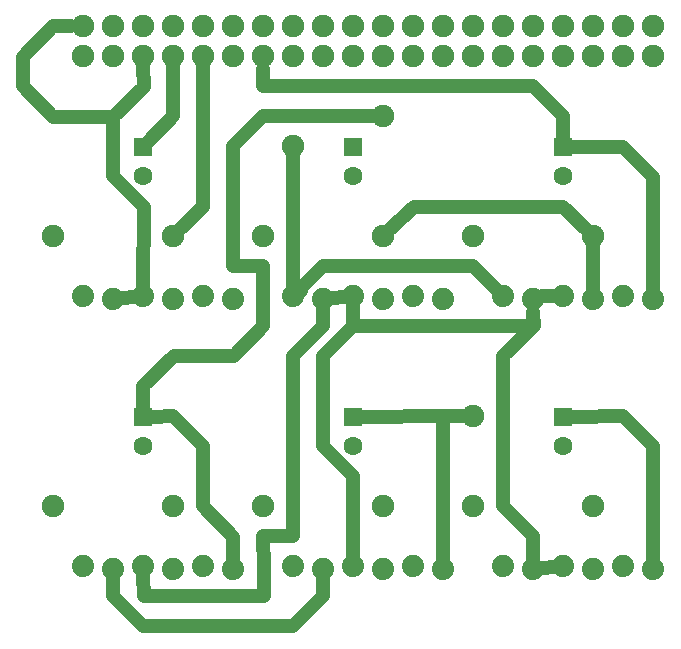
<source format=gtl>
G04 MADE WITH FRITZING*
G04 WWW.FRITZING.ORG*
G04 DOUBLE SIDED*
G04 HOLES PLATED*
G04 CONTOUR ON CENTER OF CONTOUR VECTOR*
%ASAXBY*%
%FSLAX23Y23*%
%MOIN*%
%OFA0B0*%
%SFA1.0B1.0*%
%ADD10C,0.075000*%
%ADD11C,0.062992*%
%ADD12C,0.074000*%
%ADD13C,0.074667*%
%ADD14C,0.074695*%
%ADD15C,0.075433*%
%ADD16R,0.062992X0.062992*%
%ADD17C,0.048000*%
%LNCOPPER1*%
G90*
G70*
G54D10*
X302Y1608D03*
X702Y1608D03*
G54D11*
X602Y1906D03*
X602Y1808D03*
G54D10*
X1002Y1608D03*
X1402Y1608D03*
G54D11*
X1302Y1906D03*
X1302Y1808D03*
G54D10*
X1702Y1608D03*
X2102Y1608D03*
G54D11*
X2002Y1906D03*
X2002Y1808D03*
G54D10*
X302Y708D03*
X702Y708D03*
G54D11*
X602Y1006D03*
X602Y908D03*
G54D10*
X1002Y708D03*
X1402Y708D03*
G54D11*
X1302Y1006D03*
X1302Y908D03*
G54D10*
X1702Y708D03*
X2102Y708D03*
G54D11*
X2002Y1006D03*
X2002Y908D03*
G54D12*
X902Y1398D03*
X802Y1408D03*
X702Y1398D03*
X602Y1408D03*
X502Y1398D03*
X402Y1408D03*
X1602Y1398D03*
X1502Y1408D03*
X1402Y1398D03*
X1302Y1408D03*
X1202Y1398D03*
X1102Y1408D03*
X2302Y1398D03*
X2202Y1408D03*
X2102Y1398D03*
X2002Y1408D03*
X1902Y1398D03*
X1802Y1408D03*
X902Y498D03*
X802Y508D03*
X702Y498D03*
X602Y508D03*
X502Y498D03*
X402Y508D03*
X1602Y498D03*
X1502Y508D03*
X1402Y498D03*
X1302Y508D03*
X1202Y498D03*
X1102Y508D03*
X2302Y498D03*
X2202Y508D03*
X2102Y498D03*
X2002Y508D03*
X1902Y498D03*
X1802Y508D03*
G54D13*
X402Y2208D03*
X502Y2208D03*
X602Y2208D03*
X702Y2208D03*
G54D14*
X802Y2208D03*
G54D13*
X902Y2208D03*
X1002Y2208D03*
X1102Y2208D03*
X1202Y2208D03*
G54D14*
X1302Y2208D03*
G54D13*
X1402Y2208D03*
G54D14*
X1502Y2208D03*
G54D13*
X1602Y2208D03*
X1702Y2208D03*
X1802Y2208D03*
X1902Y2208D03*
G54D14*
X2002Y2208D03*
G54D13*
X2102Y2208D03*
X2202Y2208D03*
X2302Y2208D03*
X2302Y2308D03*
X2202Y2308D03*
X2102Y2308D03*
G54D14*
X2002Y2308D03*
G54D13*
X1902Y2308D03*
X1802Y2308D03*
X1702Y2308D03*
X1602Y2308D03*
G54D14*
X1502Y2308D03*
G54D13*
X1402Y2308D03*
G54D14*
X1302Y2308D03*
G54D13*
X1202Y2308D03*
X1102Y2308D03*
X1002Y2308D03*
X902Y2308D03*
G54D14*
X802Y2308D03*
G54D13*
X702Y2308D03*
X602Y2308D03*
X502Y2308D03*
X402Y2308D03*
G54D15*
X1402Y2008D03*
X1702Y1008D03*
X1102Y1908D03*
G54D16*
X602Y1906D03*
X1302Y1906D03*
X2002Y1906D03*
X602Y1006D03*
X1302Y1006D03*
X2002Y1006D03*
G54D17*
X2102Y1579D02*
X2102Y1429D01*
D02*
X2202Y1906D02*
X2301Y1807D01*
D02*
X2029Y1906D02*
X2202Y1906D01*
D02*
X2301Y1807D02*
X2302Y1429D01*
D02*
X2002Y2008D02*
X1902Y2108D01*
D02*
X1902Y2108D02*
X1102Y2108D01*
D02*
X1002Y2109D02*
X1002Y2165D01*
D02*
X1102Y2108D02*
X1002Y2109D01*
D02*
X2002Y1933D02*
X2002Y2008D01*
D02*
X1202Y461D02*
X1202Y408D01*
D02*
X600Y309D02*
X500Y408D01*
D02*
X1001Y308D02*
X600Y309D01*
D02*
X1101Y308D02*
X1001Y308D01*
D02*
X500Y408D02*
X502Y467D01*
D02*
X2302Y908D02*
X2202Y1008D01*
D02*
X2202Y1008D02*
X2029Y1007D01*
D02*
X2302Y529D02*
X2302Y908D01*
D02*
X1902Y529D02*
X1902Y608D01*
D02*
X1903Y1309D02*
X1902Y1356D01*
D02*
X1302Y1377D02*
X1302Y1308D01*
D02*
X1302Y1308D02*
X1202Y1208D01*
D02*
X1202Y908D02*
X1302Y808D01*
D02*
X1202Y1208D02*
X1202Y908D01*
D02*
X1302Y808D02*
X1302Y539D01*
D02*
X1802Y1208D02*
X1903Y1309D01*
D02*
X1802Y708D02*
X1802Y1208D01*
D02*
X1902Y608D02*
X1802Y708D01*
D02*
X1271Y1405D02*
X1233Y1401D01*
D02*
X702Y2008D02*
X621Y1925D01*
D02*
X702Y2175D02*
X702Y2008D01*
D02*
X902Y535D02*
X902Y607D01*
D02*
X902Y607D02*
X802Y708D01*
D02*
X802Y708D02*
X802Y908D01*
D02*
X802Y908D02*
X702Y1008D01*
D02*
X702Y1008D02*
X634Y1007D01*
D02*
X1001Y2008D02*
X902Y1908D01*
D02*
X1368Y2008D02*
X1001Y2008D01*
D02*
X902Y1908D02*
X902Y1508D01*
D02*
X1001Y1508D02*
X1001Y1308D01*
D02*
X902Y1508D02*
X1001Y1508D01*
D02*
X1001Y1308D02*
X903Y1209D01*
D02*
X703Y1209D02*
X601Y1109D01*
D02*
X903Y1209D02*
X703Y1209D01*
D02*
X601Y1109D02*
X602Y1033D01*
D02*
X1329Y1007D02*
X1601Y1009D01*
D02*
X1601Y1009D02*
X1673Y1008D01*
D02*
X1602Y529D02*
X1601Y1009D01*
D02*
X1102Y1879D02*
X1102Y1439D01*
D02*
X1780Y1430D02*
X1702Y1508D01*
D02*
X1603Y1508D02*
X1202Y1508D01*
D02*
X1702Y1508D02*
X1603Y1508D01*
D02*
X1202Y1508D02*
X1102Y1408D01*
D02*
X1102Y1408D02*
X1127Y1427D01*
D02*
X602Y477D02*
X603Y409D01*
D02*
X603Y409D02*
X902Y408D01*
D02*
X1003Y507D02*
X1001Y608D01*
D02*
X1003Y408D02*
X1003Y507D01*
D02*
X902Y408D02*
X1003Y408D01*
D02*
X1001Y608D02*
X1102Y608D01*
D02*
X1102Y1208D02*
X1202Y1308D01*
D02*
X1102Y1109D02*
X1102Y1208D01*
D02*
X1102Y1208D02*
X1102Y1208D01*
D02*
X1102Y608D02*
X1102Y1109D01*
D02*
X1202Y1308D02*
X1202Y1367D01*
D02*
X1971Y1408D02*
X1932Y1408D01*
D02*
X1932Y1408D02*
X1932Y1408D01*
D02*
X533Y1401D02*
X571Y1405D01*
D02*
X603Y2107D02*
X501Y2007D01*
D02*
X602Y2176D02*
X603Y2107D01*
D02*
X501Y2007D02*
X502Y1808D01*
D02*
X603Y1707D02*
X602Y1439D01*
D02*
X502Y1808D02*
X603Y1707D01*
D02*
X359Y2308D02*
X301Y2308D01*
D02*
X301Y2308D02*
X202Y2207D01*
D02*
X202Y2207D02*
X202Y2108D01*
D02*
X301Y2007D02*
X501Y2007D01*
D02*
X202Y2108D02*
X301Y2007D01*
D02*
X603Y2107D02*
X602Y2176D01*
D02*
X501Y2007D02*
X603Y2107D01*
D02*
X2082Y1628D02*
X2002Y1707D01*
D02*
X2002Y1707D02*
X1802Y1707D01*
D02*
X1802Y1707D02*
X1503Y1707D01*
D02*
X1503Y1707D02*
X1422Y1628D01*
D02*
X802Y1707D02*
X802Y2176D01*
D02*
X722Y1628D02*
X802Y1707D01*
D02*
X1302Y1308D02*
X1302Y1377D01*
D02*
X1702Y1308D02*
X1302Y1308D01*
D02*
X1903Y1309D02*
X1702Y1308D01*
D02*
X1902Y1356D02*
X1903Y1309D01*
D02*
X1971Y505D02*
X1933Y501D01*
D02*
X1202Y408D02*
X1101Y308D01*
G04 End of Copper1*
M02*
</source>
